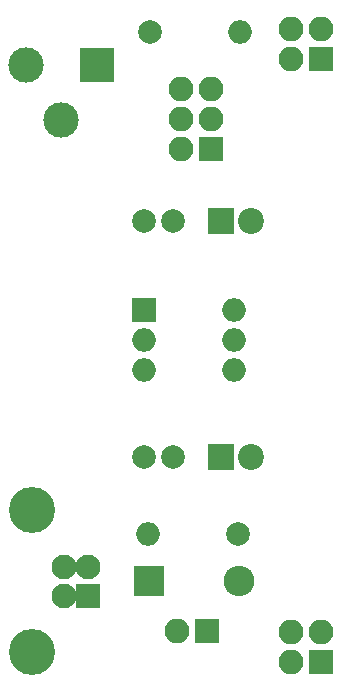
<source format=gbs>
G04 #@! TF.GenerationSoftware,KiCad,Pcbnew,(5.1.4)-1*
G04 #@! TF.CreationDate,2020-11-14T09:15:54+05:30*
G04 #@! TF.ProjectId,Breadboard_Power_Supply,42726561-6462-46f6-9172-645f506f7765,1*
G04 #@! TF.SameCoordinates,Original*
G04 #@! TF.FileFunction,Soldermask,Bot*
G04 #@! TF.FilePolarity,Negative*
%FSLAX46Y46*%
G04 Gerber Fmt 4.6, Leading zero omitted, Abs format (unit mm)*
G04 Created by KiCad (PCBNEW (5.1.4)-1) date 2020-11-14 09:15:54*
%MOMM*%
%LPD*%
G04 APERTURE LIST*
%ADD10O,2.000000X2.000000*%
%ADD11C,2.000000*%
%ADD12R,2.100000X2.100000*%
%ADD13C,2.100000*%
%ADD14C,3.900000*%
%ADD15C,3.000000*%
%ADD16R,3.000000X3.000000*%
%ADD17O,2.600000X2.600000*%
%ADD18R,2.600000X2.600000*%
%ADD19O,2.100000X2.100000*%
%ADD20R,2.000000X2.000000*%
%ADD21C,2.200000*%
%ADD22R,2.200000X2.200000*%
G04 APERTURE END LIST*
D10*
X144880000Y-105500000D03*
D11*
X152500000Y-105500000D03*
D12*
X139750000Y-110750000D03*
D13*
X139750000Y-108250000D03*
X137750000Y-108250000D03*
X137750000Y-110750000D03*
D14*
X135040000Y-115520000D03*
X135040000Y-103480000D03*
D15*
X137500000Y-70450000D03*
X134500000Y-65750000D03*
D16*
X140500000Y-65750000D03*
D10*
X152620000Y-63000000D03*
D11*
X145000000Y-63000000D03*
D17*
X152520000Y-109500000D03*
D18*
X144900000Y-109500000D03*
D11*
X147000000Y-99000000D03*
X144500000Y-99000000D03*
X147000000Y-79000000D03*
X144500000Y-79000000D03*
D19*
X147635000Y-67795000D03*
X150175000Y-67795000D03*
X147635000Y-70335000D03*
X150175000Y-70335000D03*
X147635000Y-72875000D03*
D12*
X150175000Y-72875000D03*
D10*
X152120000Y-86500000D03*
X144500000Y-91580000D03*
X152120000Y-89040000D03*
X144500000Y-89040000D03*
X152120000Y-91580000D03*
D20*
X144500000Y-86500000D03*
D21*
X153540000Y-79000000D03*
D22*
X151000000Y-79000000D03*
D21*
X153540000Y-99000000D03*
D22*
X151000000Y-99000000D03*
D19*
X147300000Y-113700000D03*
D12*
X149840000Y-113700000D03*
D19*
X156960000Y-62710000D03*
X159500000Y-62710000D03*
X156960000Y-65250000D03*
D12*
X159500000Y-65250000D03*
D19*
X156960000Y-113760000D03*
X159500000Y-113760000D03*
X156960000Y-116300000D03*
D12*
X159500000Y-116300000D03*
M02*

</source>
